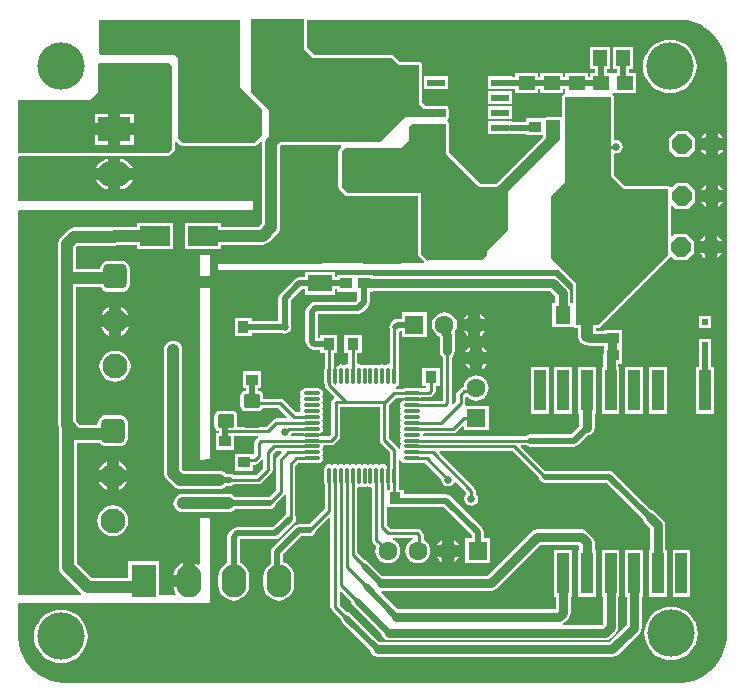
<source format=gtl>
G04*
G04 #@! TF.GenerationSoftware,Altium Limited,Altium Designer,20.2.6 (244)*
G04*
G04 Layer_Physical_Order=1*
G04 Layer_Color=255*
%FSLAX24Y24*%
%MOIN*%
G70*
G04*
G04 #@! TF.SameCoordinates,10DCDC14-C833-4712-9BA6-5F063841230D*
G04*
G04*
G04 #@! TF.FilePolarity,Positive*
G04*
G01*
G75*
%ADD14C,0.0200*%
%ADD17C,0.0100*%
%ADD24R,0.1063X0.0630*%
%ADD25R,0.1772X0.2165*%
G04:AMPARAMS|DCode=26|XSize=52.8mil|YSize=129.5mil|CornerRadius=6.6mil|HoleSize=0mil|Usage=FLASHONLY|Rotation=270.000|XOffset=0mil|YOffset=0mil|HoleType=Round|Shape=RoundedRectangle|*
%AMROUNDEDRECTD26*
21,1,0.0528,0.1163,0,0,270.0*
21,1,0.0396,0.1295,0,0,270.0*
1,1,0.0132,-0.0582,-0.0198*
1,1,0.0132,-0.0582,0.0198*
1,1,0.0132,0.0582,0.0198*
1,1,0.0132,0.0582,-0.0198*
%
%ADD26ROUNDEDRECTD26*%
%ADD27R,0.0374X0.0394*%
%ADD28R,0.0394X0.1378*%
%ADD29R,0.0197X0.0394*%
%ADD30R,0.0236X0.0591*%
%ADD31R,0.0197X0.0217*%
%ADD32R,0.0394X0.0374*%
%ADD33R,0.0512X0.0591*%
%ADD34R,0.1102X0.1575*%
%ADD35R,0.0551X0.0472*%
%ADD36R,0.0472X0.0551*%
%ADD37R,0.0610X0.0236*%
%ADD38R,0.0984X0.1299*%
%ADD39R,0.1299X0.0984*%
%ADD40R,0.0709X0.0531*%
%ADD41R,0.0571X0.0807*%
%ADD42R,0.0984X0.0669*%
%ADD43R,0.0787X0.0551*%
%ADD44O,0.0118X0.0571*%
%ADD45O,0.0571X0.0118*%
G04:AMPARAMS|DCode=46|XSize=55.1mil|YSize=47.2mil|CornerRadius=5.9mil|HoleSize=0mil|Usage=FLASHONLY|Rotation=0.000|XOffset=0mil|YOffset=0mil|HoleType=Round|Shape=RoundedRectangle|*
%AMROUNDEDRECTD46*
21,1,0.0551,0.0354,0,0,0.0*
21,1,0.0433,0.0472,0,0,0.0*
1,1,0.0118,0.0217,-0.0177*
1,1,0.0118,-0.0217,-0.0177*
1,1,0.0118,-0.0217,0.0177*
1,1,0.0118,0.0217,0.0177*
%
%ADD46ROUNDEDRECTD46*%
%ADD81R,0.1161X0.1929*%
%ADD82C,0.0300*%
%ADD83C,0.0400*%
G04:AMPARAMS|DCode=84|XSize=82.7mil|YSize=82.7mil|CornerRadius=20.7mil|HoleSize=0mil|Usage=FLASHONLY|Rotation=270.000|XOffset=0mil|YOffset=0mil|HoleType=Round|Shape=RoundedRectangle|*
%AMROUNDEDRECTD84*
21,1,0.0827,0.0413,0,0,270.0*
21,1,0.0413,0.0827,0,0,270.0*
1,1,0.0413,-0.0207,-0.0207*
1,1,0.0413,-0.0207,0.0207*
1,1,0.0413,0.0207,0.0207*
1,1,0.0413,0.0207,-0.0207*
%
%ADD84ROUNDEDRECTD84*%
%ADD85C,0.0827*%
%ADD86C,0.0630*%
%ADD87R,0.0630X0.0630*%
%ADD88R,0.0630X0.0630*%
%ADD89P,0.0704X8X22.5*%
%ADD90C,0.0650*%
%ADD91O,0.1100X0.0827*%
%ADD92R,0.1100X0.0827*%
%ADD93R,0.0827X0.1100*%
%ADD94O,0.0827X0.1100*%
%ADD95C,0.0394*%
%ADD96C,0.1575*%
%ADD97C,0.0200*%
%ADD98C,0.0250*%
%ADD99C,0.0197*%
%ADD100C,0.0400*%
G36*
X22436Y22185D02*
X22640Y22131D01*
X22836Y22050D01*
X23019Y21944D01*
X23187Y21815D01*
X23336Y21665D01*
X23465Y21498D01*
X23571Y21314D01*
X23652Y21119D01*
X23707Y20914D01*
X23734Y20705D01*
Y20599D01*
Y1701D01*
Y1595D01*
X23707Y1386D01*
X23652Y1181D01*
X23571Y986D01*
X23465Y802D01*
X23336Y635D01*
X23187Y485D01*
X23019Y356D01*
X22836Y250D01*
X22640Y169D01*
X22436Y115D01*
X22239Y89D01*
X22190Y90D01*
X22190Y90D01*
X1720Y87D01*
X1614D01*
X1404Y115D01*
X1200Y169D01*
X1004Y250D01*
X821Y356D01*
X653Y485D01*
X504Y635D01*
X375Y802D01*
X269Y986D01*
X188Y1181D01*
X133Y1386D01*
X106Y1595D01*
Y1701D01*
Y2729D01*
X156Y2757D01*
X6180Y2754D01*
X6180Y2765D01*
X6502Y2775D01*
X6502Y5592D01*
X6182D01*
X6180Y5320D01*
X6180Y4055D01*
X6130Y4030D01*
X6059Y4085D01*
X6000Y4109D01*
Y3500D01*
X5800D01*
Y3300D01*
X5291D01*
X5300Y3229D01*
X5352Y3104D01*
X5370Y3080D01*
X5348Y3036D01*
X4813D01*
Y4150D01*
X3787D01*
Y3593D01*
X2565D01*
X2073Y4085D01*
Y8097D01*
X2843D01*
X2853Y8085D01*
X2917Y8035D01*
X2992Y8004D01*
X3072Y7994D01*
X3485D01*
X3565Y8004D01*
X3640Y8035D01*
X3704Y8085D01*
X3753Y8149D01*
X3784Y8223D01*
X3795Y8303D01*
Y8717D01*
X3784Y8797D01*
X3753Y8871D01*
X3704Y8935D01*
X3640Y8985D01*
X3565Y9015D01*
X3485Y9026D01*
X3072D01*
X2992Y9015D01*
X2917Y8985D01*
X2853Y8935D01*
X2804Y8871D01*
X2773Y8797D01*
X2763Y8717D01*
Y8703D01*
X2180D01*
X2063Y8820D01*
Y13287D01*
X2875D01*
X2923Y13225D01*
X2987Y13175D01*
X3062Y13144D01*
X3142Y13134D01*
X3555D01*
X3635Y13144D01*
X3710Y13175D01*
X3774Y13225D01*
X3823Y13289D01*
X3854Y13363D01*
X3865Y13443D01*
Y13857D01*
X3854Y13937D01*
X3823Y14011D01*
X3774Y14075D01*
X3710Y14125D01*
X3635Y14155D01*
X3555Y14166D01*
X3142D01*
X3062Y14155D01*
X2987Y14125D01*
X2923Y14075D01*
X2874Y14011D01*
X2843Y13937D01*
X2837Y13893D01*
X2063D01*
Y14620D01*
X2120Y14677D01*
X3329D01*
X3407Y14688D01*
X3418Y14692D01*
X4088D01*
Y14575D01*
X5272D01*
Y15445D01*
X4088D01*
Y15298D01*
X3344D01*
X3265Y15287D01*
X3254Y15283D01*
X1994D01*
X1916Y15272D01*
X1843Y15242D01*
X1780Y15194D01*
X1780Y15194D01*
X1546Y14960D01*
X1498Y14897D01*
X1468Y14824D01*
X1457Y14746D01*
Y13590D01*
Y8694D01*
X1467Y8618D01*
Y3960D01*
X1478Y3882D01*
X1508Y3809D01*
X1556Y3746D01*
X2216Y3086D01*
X2203Y3036D01*
X156D01*
X145Y3036D01*
X106Y3062D01*
Y15830D01*
X106Y15830D01*
X156Y15878D01*
X7960Y15878D01*
X7962Y16160D01*
X156Y16160D01*
X112Y16160D01*
X106Y16207D01*
Y17634D01*
X156Y17678D01*
X5140Y17678D01*
X5179Y17686D01*
X5212Y17708D01*
X5322Y17818D01*
X5344Y17851D01*
X5352Y17890D01*
Y18123D01*
X5402Y18144D01*
X5508Y18038D01*
X5541Y18016D01*
X5580Y18008D01*
X8000Y18008D01*
X8039Y18016D01*
X8072Y18038D01*
X8205Y18171D01*
X8252Y18147D01*
X8247Y18110D01*
Y15415D01*
X8145Y15313D01*
X6872D01*
Y15445D01*
X5688D01*
Y14575D01*
X6872D01*
Y14707D01*
X8270D01*
X8348Y14718D01*
X8421Y14748D01*
X8484Y14796D01*
X8764Y15076D01*
X8812Y15139D01*
X8842Y15212D01*
X8847Y15251D01*
X8853Y15290D01*
X8853Y15290D01*
Y17982D01*
X8889Y18018D01*
X10873Y18018D01*
X10894Y17968D01*
X10828Y17902D01*
X10806Y17869D01*
X10798Y17830D01*
Y16620D01*
X10806Y16581D01*
X10828Y16548D01*
X11018Y16358D01*
X11051Y16336D01*
X11090Y16328D01*
X13448D01*
Y14390D01*
X13456Y14351D01*
X13478Y14318D01*
X13665Y14131D01*
X13644Y14081D01*
X6790Y14075D01*
Y13870D01*
X18136D01*
X18618Y13388D01*
Y12765D01*
X18527D01*
Y13088D01*
X18507Y13186D01*
X18452Y13268D01*
X18120Y13600D01*
X18038Y13656D01*
X17940Y13675D01*
X11932D01*
Y13707D01*
X10748D01*
Y13624D01*
X10684D01*
Y13796D01*
X9696D01*
Y13624D01*
X9490D01*
X9490Y13624D01*
X9412Y13608D01*
X9346Y13564D01*
X8856Y13074D01*
X8812Y13008D01*
X8796Y12930D01*
Y12159D01*
X7907D01*
Y12252D01*
X7333D01*
Y11658D01*
X7907D01*
Y11751D01*
X8908D01*
X8912Y11748D01*
X9000Y11731D01*
X9088Y11748D01*
X9162Y11798D01*
X9212Y11872D01*
X9229Y11960D01*
X9212Y12048D01*
X9204Y12060D01*
Y12846D01*
X9574Y13216D01*
X9696D01*
Y13044D01*
X10684D01*
Y13216D01*
X10748D01*
Y13133D01*
X11431D01*
Y12869D01*
X11376Y12814D01*
X10030D01*
X9952Y12798D01*
X9886Y12754D01*
X9756Y12624D01*
X9712Y12558D01*
X9696Y12480D01*
Y11500D01*
X9712Y11422D01*
X9756Y11356D01*
X9871Y11241D01*
X9937Y11196D01*
X10015Y11181D01*
X10183D01*
Y11088D01*
X10334D01*
Y10606D01*
X10325Y10560D01*
Y10107D01*
X10338Y10045D01*
X10338Y10044D01*
Y10019D01*
X10349Y9961D01*
X10383Y9911D01*
X10644Y9650D01*
X10632Y9592D01*
X10600Y9570D01*
X10567Y9521D01*
X10555Y9462D01*
Y8401D01*
X10485Y8331D01*
X10179D01*
X10133Y8340D01*
X9680D01*
X9634Y8331D01*
X9247D01*
X9221Y8373D01*
X9240Y8419D01*
X9634D01*
X9680Y8409D01*
X10133D01*
X10195Y8422D01*
X10248Y8457D01*
X10283Y8510D01*
X10295Y8572D01*
X10283Y8634D01*
X10259Y8670D01*
X10283Y8706D01*
X10295Y8768D01*
X10283Y8830D01*
X10259Y8867D01*
X10283Y8903D01*
X10295Y8965D01*
X10283Y9027D01*
X10259Y9064D01*
X10283Y9100D01*
X10295Y9162D01*
X10283Y9224D01*
X10259Y9261D01*
X10283Y9297D01*
X10295Y9359D01*
X10283Y9421D01*
X10259Y9457D01*
X10283Y9494D01*
X10295Y9556D01*
X10283Y9618D01*
X10259Y9654D01*
X10283Y9691D01*
X10295Y9753D01*
X10283Y9815D01*
X10248Y9867D01*
X10195Y9902D01*
X10133Y9915D01*
X9680D01*
X9618Y9902D01*
X9566Y9867D01*
X9530Y9815D01*
X9518Y9753D01*
X9530Y9691D01*
X9555Y9654D01*
X9530Y9618D01*
X9518Y9556D01*
X9530Y9494D01*
X9555Y9457D01*
X9530Y9421D01*
X9518Y9359D01*
X9530Y9297D01*
X9555Y9261D01*
X9530Y9224D01*
X9518Y9162D01*
X9519Y9157D01*
X9487Y9118D01*
X9378D01*
X8968Y9528D01*
X8919Y9561D01*
X8860Y9573D01*
X8282D01*
Y9682D01*
X8269Y9744D01*
X8234Y9796D01*
X8182Y9832D01*
X8120Y9844D01*
X8113D01*
Y9923D01*
X8222D01*
Y10497D01*
X7628D01*
Y9923D01*
X7705D01*
Y9844D01*
X7687D01*
X7624Y9832D01*
X7572Y9796D01*
X7537Y9744D01*
X7524Y9682D01*
Y9327D01*
X7537Y9265D01*
X7572Y9213D01*
X7624Y9178D01*
X7687Y9165D01*
X8120D01*
X8182Y9178D01*
X8234Y9213D01*
X8269Y9265D01*
X8270Y9267D01*
X8797D01*
X9096Y8968D01*
X9077Y8921D01*
X8728D01*
X8670Y8910D01*
X8620Y8877D01*
X8389Y8646D01*
X7426D01*
X7416Y8658D01*
Y9013D01*
X7403Y9075D01*
X7368Y9127D01*
X7316Y9162D01*
X7253Y9175D01*
X6820D01*
X6758Y9162D01*
X6706Y9127D01*
X6671Y9075D01*
X6658Y9013D01*
Y8658D01*
X6671Y8596D01*
X6706Y8544D01*
X6758Y8508D01*
X6820Y8496D01*
X6827D01*
Y8437D01*
X6728D01*
Y7863D01*
X7322D01*
Y8340D01*
X8100D01*
X8115Y8290D01*
X8110Y8286D01*
X8042Y8218D01*
X8009Y8169D01*
X7997Y8110D01*
Y7756D01*
X7979Y7744D01*
X7932Y7737D01*
Y7737D01*
X7338D01*
Y7163D01*
X7932D01*
Y7377D01*
X8020D01*
X8079Y7389D01*
X8128Y7422D01*
X8247Y7541D01*
X8291Y7527D01*
X8297Y7522D01*
Y7263D01*
X8057Y7023D01*
X7321D01*
X7268Y7058D01*
X7190Y7074D01*
X7052D01*
X7044Y7084D01*
X6981Y7132D01*
X6908Y7162D01*
X6830Y7173D01*
X5650D01*
X5593Y7230D01*
Y11210D01*
X5582Y11288D01*
X5552Y11361D01*
X5504Y11424D01*
X5441Y11472D01*
X5368Y11502D01*
X5290Y11513D01*
X5212Y11502D01*
X5139Y11472D01*
X5076Y11424D01*
X5028Y11361D01*
X4998Y11288D01*
X4987Y11210D01*
Y7104D01*
X4998Y7026D01*
X5028Y6953D01*
X5076Y6890D01*
X5310Y6656D01*
X5310Y6656D01*
X5373Y6608D01*
X5446Y6578D01*
X5524Y6567D01*
X6830D01*
X6908Y6578D01*
X6981Y6608D01*
X7044Y6656D01*
X7052Y6666D01*
X7190D01*
X7268Y6682D01*
X7321Y6717D01*
X8120D01*
X8179Y6729D01*
X8228Y6762D01*
X8558Y7092D01*
X8591Y7141D01*
X8603Y7200D01*
Y7727D01*
X8704Y7828D01*
X8886D01*
X8906Y7782D01*
X8762Y7638D01*
X8729Y7589D01*
X8717Y7530D01*
Y6523D01*
X8488Y6294D01*
X7352D01*
X7344Y6304D01*
X7281Y6352D01*
X7208Y6382D01*
X7130Y6393D01*
X5600D01*
X5522Y6382D01*
X5449Y6352D01*
X5386Y6304D01*
X5338Y6241D01*
X5308Y6168D01*
X5297Y6090D01*
X5308Y6012D01*
X5338Y5939D01*
X5386Y5876D01*
X5449Y5828D01*
X5522Y5798D01*
X5600Y5787D01*
X7130D01*
X7208Y5798D01*
X7281Y5828D01*
X7344Y5876D01*
X7352Y5886D01*
X8500D01*
X8578Y5902D01*
X8644Y5946D01*
X8688Y6012D01*
X8701Y6075D01*
X8978Y6352D01*
X8997Y6380D01*
X9047Y6365D01*
Y5732D01*
X9036Y5724D01*
X8606Y5294D01*
X7417D01*
X7339Y5278D01*
X7273Y5234D01*
X7273Y5234D01*
X7156Y5117D01*
X7112Y5051D01*
X7096Y4973D01*
Y4108D01*
X7041Y4085D01*
X6934Y4003D01*
X6852Y3896D01*
X6800Y3771D01*
X6782Y3637D01*
Y3363D01*
X6800Y3229D01*
X6852Y3104D01*
X6934Y2997D01*
X7041Y2915D01*
X7166Y2863D01*
X7300Y2846D01*
X7434Y2863D01*
X7559Y2915D01*
X7666Y2997D01*
X7748Y3104D01*
X7800Y3229D01*
X7818Y3363D01*
Y3637D01*
X7800Y3771D01*
X7748Y3896D01*
X7666Y4003D01*
X7559Y4085D01*
X7504Y4108D01*
Y4886D01*
X8690D01*
X8768Y4902D01*
X8834Y4946D01*
X9324Y5436D01*
X9368Y5502D01*
X9384Y5580D01*
X9368Y5658D01*
X9353Y5681D01*
Y7347D01*
X9441Y7434D01*
X9634D01*
X9680Y7425D01*
X10133D01*
X10195Y7437D01*
X10248Y7473D01*
X10283Y7525D01*
X10295Y7587D01*
X10283Y7649D01*
X10259Y7686D01*
X10283Y7722D01*
X10295Y7784D01*
X10283Y7846D01*
X10259Y7883D01*
X10283Y7919D01*
X10295Y7981D01*
X10294Y7986D01*
X10326Y8025D01*
X10548D01*
X10606Y8037D01*
X10656Y8070D01*
X10816Y8230D01*
X10849Y8279D01*
X10861Y8338D01*
Y9309D01*
X12177D01*
Y8190D01*
X12189Y8131D01*
X12222Y8082D01*
X12507Y7797D01*
Y7587D01*
X12500Y7550D01*
Y7279D01*
X12491Y7233D01*
Y6780D01*
X12500Y6734D01*
Y6547D01*
X12412D01*
Y6734D01*
X12421Y6780D01*
Y7233D01*
X12409Y7295D01*
X12374Y7348D01*
X12321Y7383D01*
X12259Y7395D01*
X12197Y7383D01*
X12161Y7359D01*
X12124Y7383D01*
X12062Y7395D01*
X12000Y7383D01*
X11964Y7359D01*
X11927Y7383D01*
X11865Y7395D01*
X11803Y7383D01*
X11767Y7359D01*
X11730Y7383D01*
X11668Y7395D01*
X11606Y7383D01*
X11570Y7359D01*
X11534Y7383D01*
X11472Y7395D01*
X11410Y7383D01*
X11373Y7359D01*
X11337Y7383D01*
X11275Y7395D01*
X11213Y7383D01*
X11176Y7359D01*
X11140Y7383D01*
X11078Y7395D01*
X11016Y7383D01*
X10979Y7359D01*
X10943Y7383D01*
X10881Y7395D01*
X10819Y7383D01*
X10783Y7359D01*
X10746Y7383D01*
X10684Y7395D01*
X10622Y7383D01*
X10586Y7359D01*
X10549Y7383D01*
X10487Y7395D01*
X10425Y7383D01*
X10373Y7348D01*
X10338Y7295D01*
X10325Y7233D01*
Y6780D01*
X10334Y6734D01*
Y5901D01*
X9828Y5394D01*
X9470D01*
X9392Y5378D01*
X9326Y5334D01*
X8606Y4614D01*
X8562Y4548D01*
X8546Y4470D01*
Y4087D01*
X8541Y4085D01*
X8434Y4003D01*
X8352Y3896D01*
X8300Y3771D01*
X8282Y3637D01*
Y3363D01*
X8300Y3229D01*
X8352Y3104D01*
X8434Y2997D01*
X8541Y2915D01*
X8666Y2863D01*
X8800Y2846D01*
X8934Y2863D01*
X9059Y2915D01*
X9166Y2997D01*
X9248Y3104D01*
X9300Y3229D01*
X9318Y3363D01*
Y3637D01*
X9300Y3771D01*
X9248Y3896D01*
X9166Y4003D01*
X9059Y4085D01*
X8954Y4129D01*
Y4386D01*
X9554Y4986D01*
X9840D01*
X9918Y5002D01*
X9984Y5046D01*
X10028Y5112D01*
X10041Y5175D01*
X10485Y5619D01*
X10531Y5600D01*
Y2646D01*
X10543Y2587D01*
X10576Y2538D01*
X10864Y2250D01*
X10877Y2187D01*
X10921Y2121D01*
X11863Y1178D01*
X11875Y1122D01*
X11930Y1040D01*
X12012Y985D01*
X12110Y965D01*
X19930D01*
X20028Y985D01*
X20110Y1040D01*
X20834Y1763D01*
X20889Y1846D01*
X20909Y1944D01*
Y2960D01*
X20951D01*
Y4538D01*
X20357D01*
Y2960D01*
X20399D01*
Y2049D01*
X19824Y1475D01*
X12143D01*
X11209Y2409D01*
X11143Y2453D01*
X11080Y2466D01*
X10837Y2709D01*
Y3131D01*
X10883Y3150D01*
X11209Y2825D01*
X11222Y2762D01*
X11266Y2696D01*
X12223Y1738D01*
X12234Y1682D01*
X12290Y1600D01*
X12372Y1545D01*
X12470Y1525D01*
X19691D01*
X19788Y1545D01*
X19871Y1600D01*
X20047Y1776D01*
X20102Y1858D01*
X20121Y1956D01*
Y2960D01*
X20163D01*
Y4538D01*
X19569D01*
Y2960D01*
X19611D01*
Y2061D01*
X19585Y2035D01*
X18288D01*
X18273Y2085D01*
X18340Y2130D01*
X18472Y2261D01*
X18527Y2344D01*
X18546Y2441D01*
Y2960D01*
X18588D01*
Y4538D01*
X17995D01*
Y2960D01*
X18037D01*
Y2565D01*
X12763D01*
X12209Y3120D01*
X12234Y3165D01*
X15870D01*
X15968Y3185D01*
X16050Y3240D01*
X17516Y4705D01*
X18798D01*
X18824Y4679D01*
Y4538D01*
X18782D01*
Y2960D01*
X19376D01*
Y4538D01*
X19334D01*
Y4784D01*
X19314Y4882D01*
X19259Y4965D01*
X19083Y5140D01*
X19001Y5195D01*
X18903Y5215D01*
X17410D01*
X17312Y5195D01*
X17230Y5140D01*
X15764Y3675D01*
X12253D01*
X11798Y4131D01*
X11732Y4175D01*
X11669Y4187D01*
X11423Y4433D01*
Y6588D01*
X11462Y6620D01*
X11472Y6618D01*
X11534Y6630D01*
X11570Y6655D01*
X11606Y6630D01*
X11668Y6618D01*
X11730Y6630D01*
X11767Y6655D01*
X11803Y6630D01*
X11865Y6618D01*
X11871Y6619D01*
X11909Y6587D01*
Y4878D01*
X11921Y4819D01*
X11954Y4770D01*
X12059Y4665D01*
X12036Y4608D01*
X12021Y4500D01*
X12036Y4392D01*
X12078Y4291D01*
X12144Y4204D01*
X12231Y4138D01*
X12332Y4096D01*
X12440Y4081D01*
X12548Y4096D01*
X12649Y4138D01*
X12736Y4204D01*
X12802Y4291D01*
X12844Y4392D01*
X12859Y4500D01*
X12844Y4608D01*
X12802Y4709D01*
X12736Y4796D01*
X12649Y4862D01*
X12590Y4887D01*
X12600Y4937D01*
X13280D01*
X13290Y4887D01*
X13231Y4862D01*
X13144Y4796D01*
X13078Y4709D01*
X13036Y4608D01*
X13021Y4500D01*
X13036Y4392D01*
X13078Y4291D01*
X13144Y4204D01*
X13231Y4138D01*
X13332Y4096D01*
X13440Y4081D01*
X13548Y4096D01*
X13649Y4138D01*
X13736Y4204D01*
X13802Y4291D01*
X13844Y4392D01*
X13859Y4500D01*
X13844Y4608D01*
X13802Y4709D01*
X13736Y4796D01*
X13649Y4862D01*
X13643Y4865D01*
Y5031D01*
X13631Y5090D01*
X13598Y5140D01*
X13539Y5198D01*
X13490Y5231D01*
X13431Y5243D01*
X12523D01*
X12412Y5354D01*
Y5954D01*
X12967D01*
Y5976D01*
X14306D01*
X15236Y5046D01*
Y4915D01*
X15025D01*
Y4085D01*
X15855D01*
Y4915D01*
X15644D01*
Y5130D01*
X15628Y5208D01*
X15584Y5274D01*
X14534Y6324D01*
X14468Y6368D01*
X14390Y6384D01*
X12967D01*
Y6547D01*
X12806D01*
Y6734D01*
X12815Y6780D01*
Y7233D01*
X12806Y7279D01*
Y7521D01*
X12806Y7524D01*
X12856Y7525D01*
X12857Y7525D01*
X12892Y7473D01*
X12945Y7437D01*
X13007Y7425D01*
X13460D01*
X13506Y7434D01*
X13679D01*
X14223Y6891D01*
X14221Y6880D01*
X14238Y6792D01*
X14288Y6718D01*
X14362Y6668D01*
X14450Y6651D01*
X14538Y6668D01*
X14612Y6718D01*
X14653Y6779D01*
X14709Y6793D01*
X15059Y6444D01*
X15058Y6392D01*
X15008Y6318D01*
X14991Y6230D01*
X15008Y6142D01*
X15058Y6068D01*
X15132Y6018D01*
X15220Y6001D01*
X15308Y6018D01*
X15382Y6068D01*
X15432Y6142D01*
X15449Y6230D01*
X15432Y6318D01*
X15382Y6392D01*
X15373Y6398D01*
Y6499D01*
X15361Y6557D01*
X15328Y6607D01*
X14153Y7782D01*
X14172Y7828D01*
X16596D01*
X17469Y6955D01*
X17482Y6892D01*
X17526Y6826D01*
X17592Y6782D01*
X17670Y6766D01*
X19746D01*
X20923Y5588D01*
X20935Y5532D01*
X20990Y5450D01*
X21186Y5253D01*
Y4538D01*
X21144D01*
Y2960D01*
X21738D01*
Y4538D01*
X21696D01*
Y5359D01*
X21677Y5456D01*
X21621Y5539D01*
X21350Y5810D01*
X21268Y5865D01*
X21212Y5877D01*
X19974Y7114D01*
X19908Y7158D01*
X19830Y7174D01*
X17682D01*
X16878Y7979D01*
X16897Y8025D01*
X17051D01*
X17104Y7989D01*
X17182Y7974D01*
X18647D01*
X18725Y7989D01*
X18791Y8034D01*
X19121Y8363D01*
X19176Y8375D01*
X19259Y8430D01*
X19314Y8512D01*
X19334Y8610D01*
Y9062D01*
X19376D01*
Y10640D01*
X18782D01*
Y9062D01*
X18824D01*
Y8643D01*
X18562Y8382D01*
X17182D01*
X17104Y8366D01*
X17051Y8331D01*
X13653D01*
X13621Y8369D01*
X13622Y8375D01*
X13621Y8380D01*
X13653Y8419D01*
X14224D01*
X14227Y8419D01*
X14625D01*
X14684Y8431D01*
X14734Y8464D01*
X14929Y8659D01*
X14975Y8640D01*
Y8515D01*
X15805D01*
Y9345D01*
X15049D01*
X15016Y9395D01*
X15023Y9430D01*
Y9593D01*
X15048Y9617D01*
X15094Y9634D01*
X15181Y9568D01*
X15282Y9526D01*
X15390Y9511D01*
X15498Y9526D01*
X15599Y9568D01*
X15686Y9634D01*
X15752Y9721D01*
X15794Y9822D01*
X15809Y9930D01*
X15794Y10038D01*
X15752Y10139D01*
X15686Y10226D01*
X15599Y10292D01*
X15498Y10334D01*
X15390Y10349D01*
X15282Y10334D01*
X15181Y10292D01*
X15094Y10226D01*
X15028Y10139D01*
X14986Y10038D01*
X14978Y9979D01*
X14934Y9970D01*
X14885Y9937D01*
X14762Y9814D01*
X14729Y9764D01*
X14717Y9706D01*
Y9493D01*
X14627Y9403D01*
X14580Y9427D01*
X14583Y9440D01*
Y10972D01*
X14610Y10990D01*
X14665Y11072D01*
X14685Y11170D01*
Y11707D01*
X14667Y11797D01*
X14692Y11831D01*
X14734Y11932D01*
X14749Y12040D01*
X14734Y12148D01*
X14692Y12249D01*
X14626Y12336D01*
X14539Y12402D01*
X14438Y12444D01*
X14330Y12459D01*
X14222Y12444D01*
X14121Y12402D01*
X14034Y12336D01*
X13968Y12249D01*
X13926Y12148D01*
X13911Y12040D01*
X13926Y11932D01*
X13968Y11831D01*
X14034Y11744D01*
X14121Y11678D01*
X14154Y11664D01*
X14158Y11646D01*
X14175Y11620D01*
Y11170D01*
X14195Y11072D01*
X14250Y10990D01*
X14277Y10972D01*
Y9512D01*
X13506D01*
X13460Y9521D01*
X13007D01*
X12945Y9509D01*
X12892Y9474D01*
X12857Y9421D01*
X12845Y9359D01*
X12857Y9297D01*
X12881Y9261D01*
X12857Y9224D01*
X12845Y9162D01*
X12857Y9100D01*
X12881Y9064D01*
X12857Y9027D01*
X12845Y8965D01*
X12857Y8903D01*
X12881Y8867D01*
X12857Y8830D01*
X12845Y8768D01*
X12857Y8706D01*
X12881Y8670D01*
X12857Y8634D01*
X12845Y8572D01*
X12857Y8510D01*
X12881Y8473D01*
X12857Y8437D01*
X12845Y8375D01*
X12857Y8313D01*
X12881Y8276D01*
X12857Y8240D01*
X12845Y8178D01*
X12857Y8116D01*
X12881Y8079D01*
X12857Y8043D01*
X12845Y7981D01*
X12857Y7919D01*
X12867Y7905D01*
X12858Y7890D01*
X12805Y7899D01*
X12801Y7919D01*
X12768Y7968D01*
X12483Y8253D01*
Y9377D01*
X12706Y9600D01*
X12961D01*
X13007Y9591D01*
X13460D01*
X13522Y9603D01*
X13550Y9622D01*
X13821D01*
X13880Y9633D01*
X13930Y9667D01*
X13988Y9725D01*
X14021Y9775D01*
X14033Y9833D01*
Y9988D01*
X14167D01*
Y10582D01*
X13593D01*
Y9988D01*
X13727D01*
Y9928D01*
X13487D01*
X13428Y9916D01*
X13426Y9915D01*
X13007D01*
X12961Y9906D01*
X12712D01*
X12707Y9956D01*
X12715Y9957D01*
X12767Y9992D01*
X12802Y10045D01*
X12815Y10107D01*
Y10560D01*
X12806Y10606D01*
Y11797D01*
X12834Y11816D01*
X12854Y11836D01*
X12915D01*
Y11625D01*
X13745D01*
Y12455D01*
X12915D01*
Y12244D01*
X12770D01*
X12692Y12228D01*
X12626Y12184D01*
X12546Y12104D01*
X12502Y12038D01*
X12486Y11960D01*
X12500Y11891D01*
Y10753D01*
X12461Y10721D01*
X12456Y10722D01*
X12394Y10710D01*
X12357Y10685D01*
X12321Y10710D01*
X12259Y10722D01*
X12197Y10710D01*
X12161Y10685D01*
X12124Y10710D01*
X12062Y10722D01*
X12000Y10710D01*
X11964Y10685D01*
X11927Y10710D01*
X11865Y10722D01*
X11803Y10710D01*
X11767Y10685D01*
X11730Y10710D01*
X11668Y10722D01*
X11606Y10710D01*
X11570Y10685D01*
X11534Y10710D01*
X11472Y10722D01*
X11466Y10721D01*
X11428Y10753D01*
Y11098D01*
X11567D01*
Y11692D01*
X10993D01*
Y11098D01*
X11122D01*
Y10753D01*
X11083Y10721D01*
X11078Y10722D01*
X11016Y10710D01*
X10979Y10685D01*
X10943Y10710D01*
X10881Y10722D01*
X10819Y10710D01*
X10766Y10674D01*
X10731Y10622D01*
X10719Y10560D01*
Y10107D01*
X10726Y10071D01*
X10680Y10046D01*
X10644Y10082D01*
X10649Y10107D01*
Y10560D01*
X10640Y10606D01*
Y11088D01*
X10757D01*
Y11682D01*
X10183D01*
Y11589D01*
X10104D01*
Y12396D01*
X10114Y12406D01*
X11461D01*
X11539Y12422D01*
X11605Y12466D01*
X11779Y12641D01*
X11824Y12707D01*
X11839Y12785D01*
Y13133D01*
X11932D01*
Y13165D01*
X17834D01*
X18017Y12982D01*
Y12765D01*
X17916D01*
Y11975D01*
X18628D01*
X18628Y11975D01*
Y11975D01*
X18641Y11958D01*
X18648Y11948D01*
X18660Y11940D01*
X18681Y11926D01*
X18720Y11918D01*
X18773D01*
Y11674D01*
X18784Y11596D01*
X18814Y11523D01*
X18862Y11460D01*
X18886Y11436D01*
X18949Y11388D01*
X19022Y11358D01*
X19094Y11348D01*
X19160Y11335D01*
X19638D01*
Y11070D01*
X19631Y11059D01*
X19611Y10961D01*
Y10640D01*
X19569D01*
Y9062D01*
X20163D01*
Y10640D01*
X20121D01*
Y10733D01*
X20232D01*
Y11303D01*
Y11877D01*
X19638D01*
Y11845D01*
X19378D01*
Y11918D01*
X19440D01*
X19479Y11926D01*
X19512Y11948D01*
X21852Y14288D01*
X21913Y14289D01*
X21997Y14205D01*
X22422D01*
X22635Y14418D01*
Y14842D01*
X22422Y15055D01*
X21997D01*
X21928Y14986D01*
X21882Y15005D01*
Y15995D01*
X21928Y16014D01*
X22037Y15905D01*
X22462D01*
X22675Y16118D01*
Y16543D01*
X22462Y16755D01*
X22037D01*
X21916Y16634D01*
X21853Y16641D01*
X21852Y16642D01*
X21819Y16664D01*
X21780Y16672D01*
X20352Y16672D01*
X19992Y17032D01*
Y17723D01*
X20031Y17754D01*
X20050Y17751D01*
X20138Y17768D01*
X20212Y17818D01*
X20262Y17892D01*
X20279Y17980D01*
X20262Y18068D01*
X20212Y18142D01*
X20138Y18192D01*
X20050Y18209D01*
X20031Y18206D01*
X19992Y18237D01*
Y19610D01*
X19984Y19649D01*
X19962Y19682D01*
X19942Y19702D01*
X19923Y19715D01*
X19934Y19765D01*
X19974Y19764D01*
X19984Y19764D01*
X20726D01*
Y20436D01*
X20484D01*
Y20563D01*
X20612D01*
Y21314D01*
X19940D01*
Y20563D01*
X20076D01*
Y20436D01*
X19984D01*
X19934Y20437D01*
X19925Y20437D01*
X19747D01*
Y20563D01*
X19864D01*
Y21314D01*
X19191D01*
Y20563D01*
X19339D01*
Y20437D01*
X19183D01*
Y20307D01*
X19110D01*
Y20442D01*
X18358D01*
Y20310D01*
X18280D01*
Y20442D01*
X17528D01*
Y20307D01*
X17444D01*
Y20437D01*
X16693D01*
Y20305D01*
X16588D01*
Y20318D01*
X15778D01*
Y19882D01*
X16588D01*
Y19897D01*
X16693D01*
Y19765D01*
X17444D01*
Y19900D01*
X17528D01*
Y19770D01*
X18280D01*
Y19902D01*
X18358D01*
X18358Y19777D01*
X18356Y19766D01*
X18335Y19729D01*
X18311Y19724D01*
X18278Y19702D01*
X18256Y19669D01*
X18248Y19630D01*
Y18980D01*
X18198Y18948D01*
X18180Y18952D01*
X17720D01*
X17681Y18944D01*
X17655Y18927D01*
X17048D01*
Y18814D01*
X16588D01*
Y18818D01*
X15778D01*
Y18382D01*
X16588D01*
Y18406D01*
X17048D01*
Y18353D01*
X17608D01*
Y18292D01*
X16050Y16735D01*
X15530D01*
X14482Y17782D01*
Y18710D01*
X14474Y18749D01*
X14462Y18767D01*
Y18818D01*
X14453D01*
X14430Y18862D01*
X14445Y18882D01*
X14462D01*
Y18928D01*
X14464Y18931D01*
X14472Y18970D01*
Y19240D01*
X14464Y19279D01*
X14462Y19282D01*
Y19318D01*
X14433D01*
X14409Y19334D01*
X14370Y19342D01*
X13692D01*
X13582Y19452D01*
Y20710D01*
X13574Y20749D01*
X13552Y20782D01*
X13519Y20804D01*
X13480Y20812D01*
X12832D01*
X12642Y21002D01*
X12609Y21024D01*
X12570Y21032D01*
X10002D01*
X9762Y21272D01*
Y22213D01*
X22226D01*
X22436Y22185D01*
D02*
G37*
G36*
X9660Y21230D02*
X9960Y20930D01*
X12570D01*
X12790Y20710D01*
X13480D01*
Y19410D01*
X13650Y19240D01*
X14370D01*
Y18970D01*
X14360Y18960D01*
X13030Y18960D01*
X12190Y18120D01*
X8650Y18120D01*
X8470Y18300D01*
Y19200D01*
X7870Y19800D01*
Y22190D01*
X7880Y22200D01*
X7870Y22210D01*
X7880Y22220D01*
X9660D01*
Y21230D01*
D02*
G37*
G36*
X2820Y22200D02*
X7500D01*
X7500Y19980D01*
X8250Y19230D01*
X8250Y18360D01*
X8000Y18110D01*
X5580Y18110D01*
X5440Y18250D01*
Y20940D01*
X5360Y21020D01*
X2890D01*
X2800Y21110D01*
Y22220D01*
X2820Y22200D01*
D02*
G37*
G36*
X5250Y20650D02*
X5250Y17890D01*
X5140Y17780D01*
X120Y17780D01*
X110Y17790D01*
Y19540D01*
X2530D01*
X2790Y19800D01*
Y20730D01*
X2840Y20780D01*
X5120D01*
X5250Y20650D01*
D02*
G37*
G36*
X18180Y18240D02*
X16450Y16510D01*
Y15190D01*
X15750Y14490D01*
Y14360D01*
X15580Y14190D01*
X13770D01*
X13760Y14180D01*
X13550Y14390D01*
Y16430D01*
X11090D01*
X10900Y16620D01*
Y17830D01*
X11010Y17940D01*
X12910D01*
X13160Y18190D01*
Y18630D01*
X13250Y18720D01*
X14370D01*
X14380Y18710D01*
Y17740D01*
X15487Y16633D01*
X16093D01*
X17710Y18250D01*
Y18840D01*
X17720Y18850D01*
X18180D01*
Y18240D01*
D02*
G37*
G36*
X19877Y19623D02*
X19883Y19617D01*
X19888Y19609D01*
X19890Y19600D01*
Y18237D01*
Y17723D01*
Y17032D01*
Y16990D01*
X19920Y16960D01*
X20280Y16600D01*
X20310Y16570D01*
X21770Y16570D01*
X21779Y16568D01*
X21780Y16568D01*
Y15995D01*
Y15005D01*
Y14360D01*
X20851Y13431D01*
X20826Y13414D01*
X20809Y13389D01*
X19447Y12027D01*
X19439Y12022D01*
X19430Y12020D01*
X18730D01*
X18721Y12022D01*
X18720Y12022D01*
Y13430D01*
X17870Y14280D01*
Y16330D01*
X18350Y16810D01*
Y19620D01*
X18352Y19628D01*
X18355Y19629D01*
X18358Y19630D01*
X19866D01*
X19877Y19623D01*
D02*
G37*
%LPC*%
G36*
X14462Y20318D02*
X13652D01*
Y19882D01*
X14462D01*
Y20318D01*
D02*
G37*
G36*
X21840Y21542D02*
X21666Y21525D01*
X21499Y21474D01*
X21345Y21391D01*
X21209Y21281D01*
X21099Y21145D01*
X21016Y20991D01*
X20965Y20824D01*
X20948Y20650D01*
X20965Y20476D01*
X21016Y20309D01*
X21099Y20155D01*
X21209Y20019D01*
X21345Y19909D01*
X21499Y19826D01*
X21666Y19775D01*
X21840Y19758D01*
X22014Y19775D01*
X22181Y19826D01*
X22335Y19909D01*
X22471Y20019D01*
X22581Y20155D01*
X22664Y20309D01*
X22715Y20476D01*
X22732Y20650D01*
X22715Y20824D01*
X22664Y20991D01*
X22581Y21145D01*
X22471Y21281D01*
X22335Y21391D01*
X22181Y21474D01*
X22014Y21525D01*
X21840Y21542D01*
D02*
G37*
G36*
X16588Y19818D02*
X15778D01*
Y19382D01*
X16588D01*
Y19818D01*
D02*
G37*
G36*
Y19318D02*
X15778D01*
Y18882D01*
X16588D01*
Y19318D01*
D02*
G37*
G36*
X23450Y18437D02*
Y18260D01*
X23627D01*
X23621Y18274D01*
X23553Y18363D01*
X23464Y18431D01*
X23450Y18437D01*
D02*
G37*
G36*
X23050D02*
X23036Y18431D01*
X22947Y18363D01*
X22879Y18274D01*
X22873Y18260D01*
X23050D01*
Y18437D01*
D02*
G37*
G36*
X23627Y17860D02*
X23450D01*
Y17683D01*
X23464Y17689D01*
X23553Y17757D01*
X23621Y17846D01*
X23627Y17860D01*
D02*
G37*
G36*
X23050D02*
X22873D01*
X22879Y17846D01*
X22947Y17757D01*
X23036Y17689D01*
X23050Y17683D01*
Y17860D01*
D02*
G37*
G36*
X22462Y18485D02*
X22037D01*
X21825Y18273D01*
Y17847D01*
X22037Y17635D01*
X22462D01*
X22675Y17847D01*
Y18273D01*
X22462Y18485D01*
D02*
G37*
G36*
X3529Y17569D02*
Y17260D01*
X3938D01*
X3914Y17319D01*
X3831Y17426D01*
X3724Y17508D01*
X3599Y17560D01*
X3529Y17569D01*
D02*
G37*
G36*
X3129D02*
X3058Y17560D01*
X2933Y17508D01*
X2826Y17426D01*
X2744Y17319D01*
X2719Y17260D01*
X3129D01*
Y17569D01*
D02*
G37*
G36*
X3938Y16860D02*
X3529D01*
Y16551D01*
X3599Y16560D01*
X3724Y16612D01*
X3831Y16694D01*
X3914Y16801D01*
X3938Y16860D01*
D02*
G37*
G36*
X3129D02*
X2719D01*
X2744Y16801D01*
X2826Y16694D01*
X2933Y16612D01*
X3058Y16560D01*
X3129Y16551D01*
Y16860D01*
D02*
G37*
G36*
X23450Y16707D02*
Y16530D01*
X23627D01*
X23621Y16544D01*
X23553Y16633D01*
X23464Y16701D01*
X23450Y16707D01*
D02*
G37*
G36*
X23050D02*
X23036Y16701D01*
X22947Y16633D01*
X22879Y16544D01*
X22873Y16530D01*
X23050D01*
Y16707D01*
D02*
G37*
G36*
X23627Y16130D02*
X23450D01*
Y15953D01*
X23464Y15959D01*
X23553Y16027D01*
X23621Y16116D01*
X23627Y16130D01*
D02*
G37*
G36*
X23050D02*
X22873D01*
X22879Y16116D01*
X22947Y16027D01*
X23036Y15959D01*
X23050Y15953D01*
Y16130D01*
D02*
G37*
G36*
X23410Y15007D02*
Y14830D01*
X23587D01*
X23581Y14844D01*
X23513Y14933D01*
X23424Y15001D01*
X23410Y15007D01*
D02*
G37*
G36*
X23010D02*
X22996Y15001D01*
X22907Y14933D01*
X22839Y14844D01*
X22833Y14830D01*
X23010D01*
Y15007D01*
D02*
G37*
G36*
X23587Y14430D02*
X23410D01*
Y14253D01*
X23424Y14259D01*
X23513Y14327D01*
X23581Y14416D01*
X23587Y14430D01*
D02*
G37*
G36*
X23010D02*
X22833D01*
X22839Y14416D01*
X22907Y14327D01*
X22996Y14259D01*
X23010Y14253D01*
Y14430D01*
D02*
G37*
G36*
X3549Y12623D02*
Y12350D01*
X3821D01*
X3797Y12409D01*
X3715Y12516D01*
X3607Y12598D01*
X3549Y12623D01*
D02*
G37*
G36*
X3149D02*
X3090Y12598D01*
X2982Y12516D01*
X2900Y12409D01*
X2876Y12350D01*
X3149D01*
Y12623D01*
D02*
G37*
G36*
X15530Y12406D02*
Y12240D01*
X15696D01*
X15692Y12249D01*
X15626Y12336D01*
X15539Y12402D01*
X15530Y12406D01*
D02*
G37*
G36*
X15130D02*
X15121Y12402D01*
X15034Y12336D01*
X14968Y12249D01*
X14964Y12240D01*
X15130D01*
Y12406D01*
D02*
G37*
G36*
X23218Y12332D02*
X22822D01*
Y11915D01*
X23218D01*
Y12332D01*
D02*
G37*
G36*
X3821Y11950D02*
X3549D01*
Y11677D01*
X3607Y11702D01*
X3715Y11784D01*
X3797Y11891D01*
X3821Y11950D01*
D02*
G37*
G36*
X3149D02*
X2876D01*
X2900Y11891D01*
X2982Y11784D01*
X3090Y11702D01*
X3149Y11677D01*
Y11950D01*
D02*
G37*
G36*
X15696Y11840D02*
X15530D01*
Y11674D01*
X15539Y11678D01*
X15626Y11744D01*
X15692Y11831D01*
X15696Y11840D01*
D02*
G37*
G36*
X15130D02*
X14964D01*
X14968Y11831D01*
X15034Y11744D01*
X15121Y11678D01*
X15130Y11674D01*
Y11840D01*
D02*
G37*
G36*
X15590Y11296D02*
Y11130D01*
X15756D01*
X15752Y11139D01*
X15686Y11226D01*
X15599Y11292D01*
X15590Y11296D01*
D02*
G37*
G36*
X15190D02*
X15181Y11292D01*
X15094Y11226D01*
X15028Y11139D01*
X15024Y11130D01*
X15190D01*
Y11296D01*
D02*
G37*
G36*
X15756Y10730D02*
X15590D01*
Y10564D01*
X15599Y10568D01*
X15686Y10634D01*
X15752Y10721D01*
X15756Y10730D01*
D02*
G37*
G36*
X15190D02*
X15024D01*
X15028Y10721D01*
X15094Y10634D01*
X15181Y10568D01*
X15190Y10564D01*
Y10730D01*
D02*
G37*
G36*
X3349Y11168D02*
X3215Y11150D01*
X3090Y11098D01*
X2982Y11016D01*
X2900Y10909D01*
X2848Y10784D01*
X2831Y10650D01*
X2848Y10516D01*
X2900Y10391D01*
X2982Y10284D01*
X3090Y10202D01*
X3215Y10150D01*
X3349Y10132D01*
X3483Y10150D01*
X3607Y10202D01*
X3715Y10284D01*
X3797Y10391D01*
X3849Y10516D01*
X3866Y10650D01*
X3849Y10784D01*
X3797Y10909D01*
X3715Y11016D01*
X3607Y11098D01*
X3483Y11150D01*
X3349Y11168D01*
D02*
G37*
G36*
X23218Y11564D02*
X22822D01*
Y11295D01*
X22816Y11267D01*
Y11188D01*
X22812Y11168D01*
Y10640D01*
X22719D01*
Y9062D01*
X23313D01*
Y10640D01*
X23220D01*
Y11151D01*
X23224Y11172D01*
Y11267D01*
X23218Y11295D01*
Y11564D01*
D02*
G37*
G36*
X21738Y10640D02*
X21144D01*
Y9062D01*
X21738D01*
Y10640D01*
D02*
G37*
G36*
X20951D02*
X20357D01*
Y9062D01*
X20951D01*
Y10640D01*
D02*
G37*
G36*
X18588D02*
X17995D01*
Y9062D01*
X18588D01*
Y10640D01*
D02*
G37*
G36*
X17801D02*
X17207D01*
Y9062D01*
X17801D01*
Y10640D01*
D02*
G37*
G36*
X6500Y14380D02*
X6178D01*
X6179Y7545D01*
X6500Y7555D01*
X6500Y14380D01*
D02*
G37*
G36*
X3479Y7483D02*
Y7210D01*
X3751D01*
X3727Y7269D01*
X3645Y7376D01*
X3537Y7458D01*
X3479Y7483D01*
D02*
G37*
G36*
X3079D02*
X3020Y7458D01*
X2912Y7376D01*
X2830Y7269D01*
X2806Y7210D01*
X3079D01*
Y7483D01*
D02*
G37*
G36*
X3751Y6810D02*
X3479D01*
Y6537D01*
X3537Y6562D01*
X3645Y6644D01*
X3727Y6751D01*
X3751Y6810D01*
D02*
G37*
G36*
X3079D02*
X2806D01*
X2830Y6751D01*
X2912Y6644D01*
X3020Y6562D01*
X3079Y6537D01*
Y6810D01*
D02*
G37*
G36*
X3279Y6028D02*
X3145Y6010D01*
X3020Y5958D01*
X2912Y5876D01*
X2830Y5769D01*
X2778Y5644D01*
X2761Y5510D01*
X2778Y5376D01*
X2830Y5251D01*
X2912Y5144D01*
X3020Y5062D01*
X3145Y5010D01*
X3279Y4992D01*
X3413Y5010D01*
X3537Y5062D01*
X3645Y5144D01*
X3727Y5251D01*
X3779Y5376D01*
X3796Y5510D01*
X3779Y5644D01*
X3727Y5769D01*
X3645Y5876D01*
X3537Y5958D01*
X3413Y6010D01*
X3279Y6028D01*
D02*
G37*
G36*
X14640Y4866D02*
Y4700D01*
X14806D01*
X14802Y4709D01*
X14736Y4796D01*
X14649Y4862D01*
X14640Y4866D01*
D02*
G37*
G36*
X14240D02*
X14231Y4862D01*
X14144Y4796D01*
X14078Y4709D01*
X14074Y4700D01*
X14240D01*
Y4866D01*
D02*
G37*
G36*
X14806Y4300D02*
X14640D01*
Y4134D01*
X14649Y4138D01*
X14736Y4204D01*
X14802Y4291D01*
X14806Y4300D01*
D02*
G37*
G36*
X14240D02*
X14074D01*
X14078Y4291D01*
X14144Y4204D01*
X14231Y4138D01*
X14240Y4134D01*
Y4300D01*
D02*
G37*
G36*
X5600Y4109D02*
X5541Y4085D01*
X5434Y4003D01*
X5352Y3896D01*
X5300Y3771D01*
X5291Y3700D01*
X5600D01*
Y4109D01*
D02*
G37*
G36*
X22525Y4538D02*
X21932D01*
Y2960D01*
X22525D01*
Y4538D01*
D02*
G37*
G36*
X21890Y2642D02*
X21716Y2625D01*
X21549Y2574D01*
X21395Y2491D01*
X21259Y2381D01*
X21149Y2245D01*
X21066Y2091D01*
X21015Y1924D01*
X20998Y1750D01*
X21015Y1576D01*
X21066Y1409D01*
X21149Y1255D01*
X21259Y1119D01*
X21395Y1009D01*
X21549Y926D01*
X21716Y875D01*
X21890Y858D01*
X22064Y875D01*
X22231Y926D01*
X22385Y1009D01*
X22521Y1119D01*
X22631Y1255D01*
X22714Y1409D01*
X22765Y1576D01*
X22782Y1750D01*
X22765Y1924D01*
X22714Y2091D01*
X22631Y2245D01*
X22521Y2381D01*
X22385Y2491D01*
X22231Y2574D01*
X22064Y2625D01*
X21890Y2642D01*
D02*
G37*
G36*
X1540Y2542D02*
X1366Y2525D01*
X1199Y2474D01*
X1045Y2391D01*
X909Y2281D01*
X799Y2145D01*
X716Y1991D01*
X665Y1824D01*
X648Y1650D01*
X665Y1476D01*
X716Y1309D01*
X799Y1155D01*
X909Y1019D01*
X1045Y909D01*
X1199Y826D01*
X1366Y775D01*
X1540Y758D01*
X1714Y775D01*
X1881Y826D01*
X2035Y909D01*
X2171Y1019D01*
X2281Y1155D01*
X2364Y1309D01*
X2415Y1476D01*
X2432Y1650D01*
X2415Y1824D01*
X2364Y1991D01*
X2281Y2145D01*
X2171Y2281D01*
X2035Y2391D01*
X1881Y2474D01*
X1714Y2525D01*
X1540Y2542D01*
D02*
G37*
G36*
X3979Y19073D02*
X3529D01*
Y18760D01*
X3979D01*
Y19073D01*
D02*
G37*
G36*
X3129D02*
X2679D01*
Y18760D01*
X3129D01*
Y19073D01*
D02*
G37*
G36*
X3979Y18360D02*
X3529D01*
Y18047D01*
X3979D01*
Y18360D01*
D02*
G37*
G36*
X3129D02*
X2679D01*
Y18047D01*
X3129D01*
Y18360D01*
D02*
G37*
%LPD*%
D14*
X15440Y4500D02*
Y5130D01*
X14390Y6180D02*
X15440Y5130D01*
X12680Y6251D02*
X12751Y6180D01*
X14390D01*
X19830Y6970D02*
X21170Y5630D01*
X17670Y6970D02*
X19830D01*
X17182Y8178D02*
X18647D01*
X19079Y8610D01*
X8750Y4470D02*
X9470Y5190D01*
X9840D01*
X8750Y3550D02*
X8800Y3500D01*
X8750Y3550D02*
Y4470D01*
X7417Y5090D02*
X8690D01*
X7300Y3500D02*
Y4973D01*
X7417Y5090D01*
X8690D02*
X9180Y5580D01*
X4570Y10250D02*
Y13450D01*
Y8750D02*
Y10250D01*
X7080Y12170D02*
Y12428D01*
X7197Y12545D02*
X7620D01*
X7080Y12428D02*
X7197Y12545D01*
X7070Y12160D02*
X7080Y12170D01*
X4080Y6900D02*
X4570Y7390D01*
Y8750D01*
X3329Y6900D02*
X4080D01*
X7620Y13370D02*
X7670Y13420D01*
X7620Y12545D02*
Y13370D01*
X9900Y11500D02*
X9961Y11439D01*
X10015Y11385D02*
X10470D01*
X9961Y11439D02*
X10015Y11385D01*
X9900Y11500D02*
Y12480D01*
X10030Y12610D01*
X11461D01*
X11635Y12785D01*
Y13420D01*
X9000Y11960D02*
Y12930D01*
X9490Y13420D01*
X10190D02*
X11045D01*
X10072D02*
X10190D01*
X9490D02*
X10072D01*
X7620Y11955D02*
X9000D01*
X20280Y20170D02*
X20350Y20100D01*
X20276Y20939D02*
X20280Y20934D01*
Y20170D02*
Y20934D01*
X19556Y20103D02*
X19559Y20101D01*
X19543Y20117D02*
X19556Y20103D01*
X19543Y20117D02*
Y20923D01*
X19528Y20939D02*
X19543Y20923D01*
X18734Y20106D02*
X18736Y20103D01*
X19556D01*
X17904Y20106D02*
X18734D01*
X17069Y20101D02*
X17071Y20103D01*
X17902D01*
X17904Y20106D01*
X16183Y20100D02*
X16184Y20101D01*
X17068D01*
X17069Y20101D01*
X11654Y3986D02*
X12220Y3420D01*
X11065Y2265D02*
X12110Y1220D01*
X11410Y2840D02*
X12470Y1780D01*
X11720Y3320D02*
X12730Y2310D01*
X12770Y12040D02*
X13330D01*
X12690Y11960D02*
X12770Y12040D01*
X7130Y6090D02*
X8500D01*
X6830Y6870D02*
X7190D01*
X21930Y11560D02*
Y12460D01*
X22100Y12630D01*
X21930Y11020D02*
Y11560D01*
X22090Y11720D01*
X22100Y12630D02*
X23297D01*
X23414Y11720D02*
Y12513D01*
X23297Y12630D02*
X23414Y12513D01*
X21930Y11020D02*
X22050D01*
X20525D02*
X21930D01*
X22090Y11720D02*
X22626D01*
X23016Y9851D02*
Y11168D01*
X23020Y11172D01*
Y11267D01*
X22229Y9851D02*
Y10841D01*
X22050Y11020D02*
X22229Y10841D01*
X20525Y11020D02*
Y11590D01*
X17295Y18610D02*
X17335Y18650D01*
X16553Y18610D02*
X17295D01*
X7628Y7442D02*
X7635Y7450D01*
X18734Y19358D02*
X18736Y19355D01*
X19556D01*
X19559Y19353D01*
X17069D02*
X17071Y19355D01*
X17902D01*
X17904Y19358D01*
X7909Y9511D02*
Y10210D01*
X7031Y8493D02*
Y8829D01*
Y8156D02*
Y8493D01*
X7025Y8150D02*
X7031Y8156D01*
X7903Y9505D02*
X7909Y9511D01*
X7031Y8829D02*
X7037Y8835D01*
D17*
X12259Y5291D02*
X12460Y5090D01*
X13490Y4550D02*
Y5031D01*
X13431Y5090D02*
X13490Y5031D01*
X12460Y5090D02*
X13431D01*
X12062Y4878D02*
Y7007D01*
Y4878D02*
X12440Y4500D01*
X13440D02*
X13490Y4550D01*
X12259Y5291D02*
Y7007D01*
X12653Y6251D02*
Y7007D01*
X7625Y7530D02*
X8020D01*
X13233Y9753D02*
X13465D01*
X12643D02*
X13233D01*
X16659Y7981D02*
X17670Y6970D01*
X13233Y7981D02*
X16659D01*
X13233Y8178D02*
X17182D01*
X14208Y8768D02*
X14870Y9430D01*
Y9706D02*
X14993Y9829D01*
X14870Y9430D02*
Y9706D01*
X14983Y8930D02*
X15390D01*
X14625Y8572D02*
X14983Y8930D01*
X15289Y9829D02*
X15390Y9930D01*
X14993Y9829D02*
X15289D01*
X9840Y5190D02*
X10487Y5837D01*
Y7007D01*
X9200Y5600D02*
Y7410D01*
X9180Y5580D02*
X9200Y5600D01*
X9377Y7587D02*
X9907D01*
X9200Y7410D02*
X9377Y7587D01*
X19400Y17980D02*
X20050D01*
X19360Y18020D02*
X19400Y17980D01*
X10708Y9462D02*
X11048D01*
X12330D01*
X10487Y10333D02*
X10491Y10330D01*
Y10019D02*
Y10330D01*
Y10019D02*
X11048Y9462D01*
X10487Y10333D02*
Y11367D01*
X13487Y9775D02*
X13821D01*
X13880Y9833D02*
Y10285D01*
X13821Y9775D02*
X13880Y9833D01*
X13465Y9753D02*
X13487Y9775D01*
X7037Y9505D02*
X7903Y8835D01*
X9000Y8460D02*
X9041D01*
X9152Y8572D01*
X9907D01*
X8453Y8493D02*
X8728Y8768D01*
X7031Y8493D02*
X8453D01*
X8728Y8768D02*
X9907D01*
X15220Y6230D02*
Y6499D01*
X13935Y7784D02*
X15220Y6499D01*
X13233Y7784D02*
X13935D01*
X13743Y7587D02*
X14450Y6880D01*
X13233Y7587D02*
X13743D01*
X14430Y9440D02*
Y11170D01*
X14349Y9359D02*
X14430Y9440D01*
X11270Y4370D02*
X11654Y3986D01*
X10684Y2646D02*
X11065Y2265D01*
X10890Y3360D02*
X11410Y2840D01*
X11078Y3962D02*
X11720Y3320D01*
X11271Y7003D02*
X11275Y7007D01*
X11271Y6764D02*
Y7003D01*
X11270Y6763D02*
X11271Y6764D01*
X11270Y4370D02*
Y6763D01*
X10890Y3360D02*
Y6902D01*
X11078Y3962D02*
Y7007D01*
X10684Y2646D02*
Y7007D01*
X14224Y8572D02*
X14625D01*
X14224Y8572D02*
X14224Y8572D01*
X13233Y8572D02*
X13233Y8572D01*
X14224D01*
X13233Y8768D02*
X14208D01*
X13233Y9359D02*
X14349D01*
X12653Y11923D02*
X12690Y11960D01*
X12653Y10333D02*
Y11923D01*
X8870Y6460D02*
Y7530D01*
X8500Y6090D02*
X8870Y6460D01*
Y7530D02*
X9124Y7784D01*
X8120Y6870D02*
X8450Y7200D01*
Y7790D01*
X8641Y7981D01*
X7190Y6870D02*
X8120D01*
X9124Y7784D02*
X9907D01*
X8641Y7981D02*
X9907D01*
X7988Y9420D02*
X8860D01*
X8150Y8110D02*
X8218Y8178D01*
X8150Y7660D02*
Y8110D01*
X8020Y7530D02*
X8150Y7660D01*
X8218Y8178D02*
X9907D01*
X10548D01*
X12330Y9462D02*
X12352D01*
X10548Y8178D02*
X10708Y8338D01*
Y9462D01*
X12660Y7558D02*
Y7860D01*
X12330Y8190D02*
X12660Y7860D01*
X12330Y8190D02*
Y9462D01*
X12653Y7550D02*
X12660Y7558D01*
X12653Y7007D02*
Y7550D01*
X12352Y9462D02*
X12643Y9753D01*
X9315Y8965D02*
X9907D01*
X7903Y9505D02*
X7988Y9420D01*
X8860D02*
X9315Y8965D01*
X11275Y10333D02*
Y11389D01*
X11280Y11395D01*
X10470Y11385D02*
X10487Y11367D01*
D24*
X12000Y20538D02*
D03*
Y21640D02*
D03*
X10560D02*
D03*
Y20538D02*
D03*
X9680Y17450D02*
D03*
Y18552D02*
D03*
D25*
X14725Y15450D02*
D03*
X19055Y15450D02*
D03*
D26*
X3560Y21643D02*
D03*
Y19950D02*
D03*
D27*
X12680Y5660D02*
D03*
Y6251D02*
D03*
X13880Y10875D02*
D03*
Y10285D02*
D03*
X11280Y11985D02*
D03*
Y11395D02*
D03*
X10470Y11975D02*
D03*
Y11385D02*
D03*
X7620Y11955D02*
D03*
Y12545D02*
D03*
D28*
X17504Y3749D02*
D03*
X18291D02*
D03*
X19079D02*
D03*
X19866D02*
D03*
X20654D02*
D03*
X21441D02*
D03*
X22229D02*
D03*
X23016D02*
D03*
Y9851D02*
D03*
X22229D02*
D03*
X21441D02*
D03*
X20654D02*
D03*
X19866D02*
D03*
X19079D02*
D03*
X18291D02*
D03*
X17504D02*
D03*
D29*
X23020Y11267D02*
D03*
D30*
X22626Y11720D02*
D03*
X23414D02*
D03*
D31*
X23020Y12124D02*
D03*
D32*
X19935Y11020D02*
D03*
X20525D02*
D03*
X19935Y11590D02*
D03*
X20525D02*
D03*
X17935Y18640D02*
D03*
X17345D02*
D03*
X11635Y13420D02*
D03*
X11045D02*
D03*
X7335Y10210D02*
D03*
X7925D02*
D03*
X7045Y7450D02*
D03*
X7635D02*
D03*
X7615Y8150D02*
D03*
X7025D02*
D03*
D33*
X18272Y12370D02*
D03*
X19020D02*
D03*
D34*
X21030Y15390D02*
D03*
Y17870D02*
D03*
D35*
X20350Y20100D02*
D03*
Y19352D02*
D03*
X19559Y20101D02*
D03*
Y19353D02*
D03*
X18734Y20106D02*
D03*
Y19358D02*
D03*
X17904Y20106D02*
D03*
Y19358D02*
D03*
X17069Y20101D02*
D03*
Y19353D02*
D03*
X13170Y20450D02*
D03*
Y21198D02*
D03*
D36*
X19528Y20939D02*
D03*
X20276D02*
D03*
D37*
X14057Y18600D02*
D03*
Y19100D02*
D03*
Y19600D02*
D03*
Y20100D02*
D03*
X16183D02*
D03*
Y19600D02*
D03*
Y19100D02*
D03*
Y18600D02*
D03*
D38*
X8800Y20690D02*
D03*
X6056D02*
D03*
D39*
X12250Y14576D02*
D03*
Y17320D02*
D03*
D40*
X7460Y18650D02*
D03*
Y17331D02*
D03*
D41*
X6340Y17439D02*
D03*
Y18561D02*
D03*
D42*
X4680Y15010D02*
D03*
X6280D02*
D03*
D43*
X10190Y13420D02*
D03*
X7670D02*
D03*
D44*
X10487Y10333D02*
D03*
X10684D02*
D03*
X10881D02*
D03*
X11078D02*
D03*
X11275D02*
D03*
X11472D02*
D03*
X11668D02*
D03*
X11865D02*
D03*
X12062D02*
D03*
X12259D02*
D03*
X12456D02*
D03*
X12653D02*
D03*
Y7007D02*
D03*
X12456D02*
D03*
X12259D02*
D03*
X12062D02*
D03*
X11865D02*
D03*
X11668D02*
D03*
X11472D02*
D03*
X11275D02*
D03*
X11078D02*
D03*
X10881D02*
D03*
X10684D02*
D03*
X10487D02*
D03*
D45*
X13233Y9753D02*
D03*
Y9556D02*
D03*
Y9359D02*
D03*
Y9162D02*
D03*
Y8965D02*
D03*
Y8768D02*
D03*
Y8572D02*
D03*
Y8375D02*
D03*
Y8178D02*
D03*
Y7981D02*
D03*
Y7784D02*
D03*
Y7587D02*
D03*
X9907D02*
D03*
Y7784D02*
D03*
Y7981D02*
D03*
Y8178D02*
D03*
Y8375D02*
D03*
Y8572D02*
D03*
Y8768D02*
D03*
Y8965D02*
D03*
Y9162D02*
D03*
Y9359D02*
D03*
Y9556D02*
D03*
Y9753D02*
D03*
D46*
X7037Y8835D02*
D03*
X7903D02*
D03*
Y9505D02*
D03*
X7037D02*
D03*
D81*
X15120Y19350D02*
D03*
D82*
X17410Y4960D02*
X18903D01*
X12220Y3420D02*
X15870D01*
X17410Y4960D01*
X19079Y8610D02*
Y9851D01*
X18272Y12370D02*
Y13088D01*
X11635Y13420D02*
X17940D01*
X18272Y13088D01*
X14393Y11744D02*
Y11977D01*
Y11744D02*
X14430Y11707D01*
X14330Y12040D02*
X14393Y11977D01*
X14430Y11170D02*
Y11707D01*
X19866Y1956D02*
Y3749D01*
X12470Y1780D02*
X19691D01*
X19866Y1956D01*
X12110Y1220D02*
X19930D01*
X20654Y1944D01*
X19079Y3749D02*
Y4784D01*
X18903Y4960D02*
X19079Y4784D01*
X21170Y5630D02*
X21441Y5359D01*
Y3749D02*
Y5359D01*
X18291Y2441D02*
Y3749D01*
X12730Y2310D02*
X18160D01*
X18291Y2441D01*
X20654Y1944D02*
Y3749D01*
X19866Y9851D02*
Y10961D01*
X19930Y11025D01*
Y11585D01*
X19925Y11590D02*
X19930Y11585D01*
X19160Y11590D02*
X19925D01*
X19100Y11650D02*
X19160Y11590D01*
D83*
X2054Y8400D02*
X3329D01*
X1770Y8684D02*
X2054Y8400D01*
X1770Y3960D02*
Y8684D01*
X1760Y8694D02*
X1770Y8684D01*
X2440Y3290D02*
X4340D01*
X1770Y3960D02*
X2440Y3290D01*
X1760Y13590D02*
Y14746D01*
Y8694D02*
Y13590D01*
X3289D01*
X6280Y15010D02*
X8270D01*
X8550Y15290D01*
X9565Y18437D02*
X9680Y18552D01*
X8550Y18110D02*
X8877Y18437D01*
X9565D01*
X8550Y15290D02*
Y18110D01*
X4570Y13450D02*
X7640D01*
X7670Y13420D01*
X3329Y14980D02*
X3344Y14995D01*
X4665D01*
X4680Y15010D01*
X5600Y6090D02*
X7130D01*
X5524Y6870D02*
X6830D01*
X5290Y7104D02*
X5524Y6870D01*
X5290Y7104D02*
Y11210D01*
X1994Y14980D02*
X3329D01*
X1760Y14746D02*
X1994Y14980D01*
X19076Y11674D02*
Y12314D01*
Y11674D02*
X19100Y11650D01*
X19020Y12370D02*
X19076Y12314D01*
X19020Y15415D02*
X19055Y15450D01*
X19020Y12370D02*
Y15415D01*
X7399Y17270D02*
X7460Y17331D01*
X6425Y17270D02*
X7399D01*
X6340Y17355D02*
Y17439D01*
Y17355D02*
X6425Y17270D01*
D84*
X3279Y8510D02*
D03*
X3349Y13650D02*
D03*
D85*
X3279Y7010D02*
D03*
Y5510D02*
D03*
X3349Y12150D02*
D03*
Y10650D02*
D03*
D86*
X12440Y4500D02*
D03*
X13440D02*
D03*
X14440D02*
D03*
X15390Y9930D02*
D03*
Y10930D02*
D03*
X14330Y12040D02*
D03*
X15330D02*
D03*
D87*
X15440Y4500D02*
D03*
X13330Y12040D02*
D03*
D88*
X15390Y8930D02*
D03*
D89*
X22210Y14630D02*
D03*
X22250Y16330D02*
D03*
Y18060D02*
D03*
D90*
X23210Y14630D02*
D03*
X23250Y16330D02*
D03*
Y18060D02*
D03*
D91*
X3329Y17060D02*
D03*
D92*
Y18560D02*
D03*
D93*
X4300Y3500D02*
D03*
D94*
X5800D02*
D03*
X7300D02*
D03*
X8800D02*
D03*
D95*
X21340Y1550D02*
D03*
X22090Y1200D02*
D03*
X21643Y1220D02*
D03*
X21360Y1997D02*
D03*
X21690Y2300D02*
D03*
X22440Y1950D02*
D03*
X22137Y2280D02*
D03*
X2090Y20850D02*
D03*
X1787Y21180D02*
D03*
X1340Y21200D02*
D03*
X1010Y20897D02*
D03*
X990Y20450D02*
D03*
X1293Y20120D02*
D03*
X1740Y20100D02*
D03*
X2070Y20403D02*
D03*
X22390Y20850D02*
D03*
X22087Y21180D02*
D03*
X21640Y21200D02*
D03*
X21310Y20897D02*
D03*
X21290Y20450D02*
D03*
X21593Y20120D02*
D03*
X22040Y20100D02*
D03*
X22370Y20403D02*
D03*
X22420Y1503D02*
D03*
X2070Y1403D02*
D03*
X1740Y1100D02*
D03*
X1293Y1120D02*
D03*
X990Y1450D02*
D03*
X1010Y1897D02*
D03*
X1340Y2200D02*
D03*
X1787Y2180D02*
D03*
X2090Y1850D02*
D03*
D96*
X21890Y1750D02*
D03*
X21840Y20650D02*
D03*
X1540D02*
D03*
Y1650D02*
D03*
D97*
X22440Y19270D02*
D03*
Y13270D02*
D03*
Y8770D02*
D03*
Y7270D02*
D03*
Y5770D02*
D03*
Y2770D02*
D03*
X20940Y19270D02*
D03*
Y7270D02*
D03*
Y1270D02*
D03*
X19440Y5770D02*
D03*
Y2770D02*
D03*
X17940Y20770D02*
D03*
Y11770D02*
D03*
Y8770D02*
D03*
Y5770D02*
D03*
X16440Y20770D02*
D03*
Y11770D02*
D03*
Y10270D02*
D03*
Y8770D02*
D03*
Y7270D02*
D03*
Y5770D02*
D03*
Y2770D02*
D03*
X14940Y20770D02*
D03*
Y10270D02*
D03*
Y7270D02*
D03*
Y2770D02*
D03*
X13440Y10270D02*
D03*
Y7270D02*
D03*
Y5770D02*
D03*
Y2770D02*
D03*
X11940Y11770D02*
D03*
Y8770D02*
D03*
Y4270D02*
D03*
X10440Y17770D02*
D03*
Y16270D02*
D03*
Y14770D02*
D03*
Y8770D02*
D03*
Y1270D02*
D03*
X8940Y14770D02*
D03*
Y1270D02*
D03*
X7440Y17770D02*
D03*
Y16270D02*
D03*
Y5770D02*
D03*
Y1270D02*
D03*
X5940Y16270D02*
D03*
Y10270D02*
D03*
Y8770D02*
D03*
Y1270D02*
D03*
X4440Y16270D02*
D03*
Y10270D02*
D03*
Y8770D02*
D03*
Y4270D02*
D03*
Y1270D02*
D03*
X2940Y16270D02*
D03*
Y4270D02*
D03*
Y1270D02*
D03*
X1440Y16270D02*
D03*
X1840Y18000D02*
D03*
X1590D02*
D03*
X1340D02*
D03*
X1090D02*
D03*
X840D02*
D03*
X590D02*
D03*
X340D02*
D03*
X6840Y19500D02*
D03*
Y19250D02*
D03*
X6590Y19500D02*
D03*
Y19250D02*
D03*
X6340Y19500D02*
D03*
Y19250D02*
D03*
X6090Y19500D02*
D03*
Y19250D02*
D03*
D98*
X7070Y12160D02*
D03*
X20050Y17980D02*
D03*
X9000Y11960D02*
D03*
Y8460D02*
D03*
X15220Y6230D02*
D03*
X14450Y6880D02*
D03*
X5600Y6090D02*
D03*
D99*
X14864Y20118D02*
D03*
X15376D02*
D03*
X14864Y19606D02*
D03*
X15376D02*
D03*
X14864Y19094D02*
D03*
X15376D02*
D03*
X14864Y18582D02*
D03*
X15376D02*
D03*
D100*
X5290Y11210D02*
D03*
M02*

</source>
